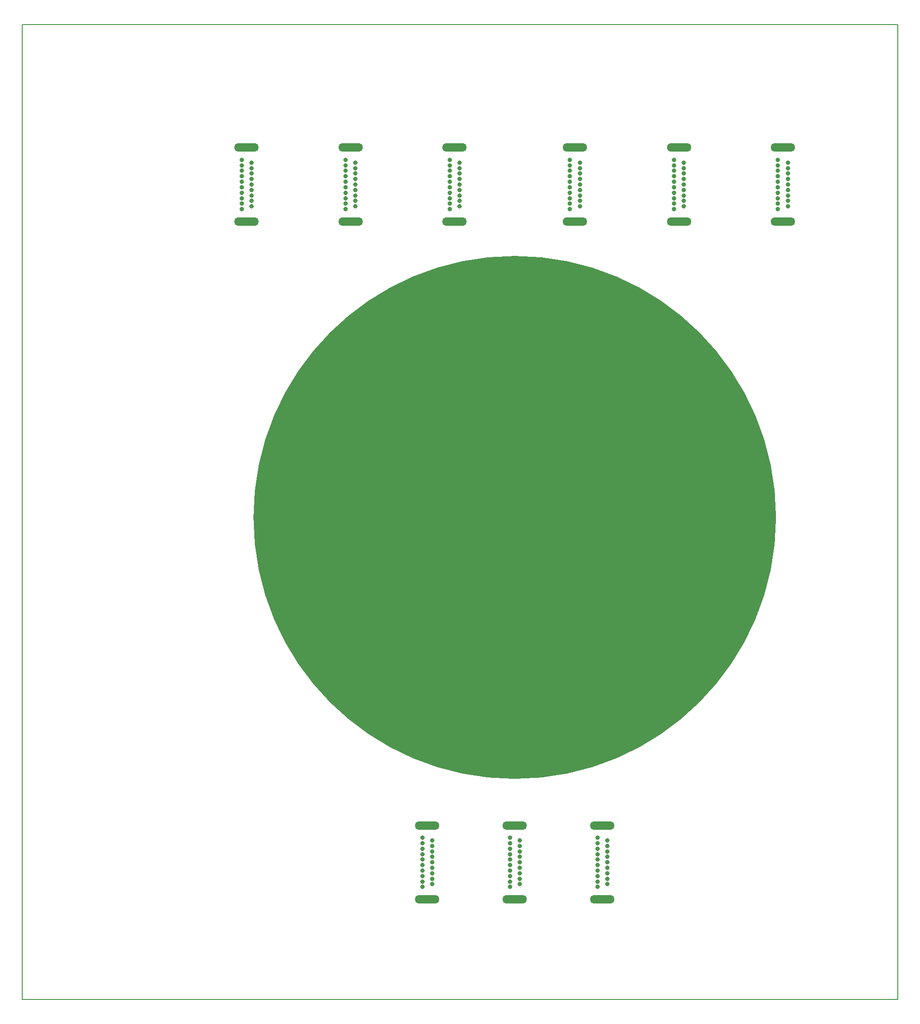
<source format=gbr>
%TF.GenerationSoftware,KiCad,Pcbnew,(5.1.10)-1*%
%TF.CreationDate,2022-04-08T13:19:25-06:00*%
%TF.ProjectId,VacuumFeedThruHDMI,56616375-756d-4466-9565-645468727548,rev?*%
%TF.SameCoordinates,Original*%
%TF.FileFunction,Soldermask,Top*%
%TF.FilePolarity,Negative*%
%FSLAX46Y46*%
G04 Gerber Fmt 4.6, Leading zero omitted, Abs format (unit mm)*
G04 Created by KiCad (PCBNEW (5.1.10)-1) date 2022-04-08 13:19:25*
%MOMM*%
%LPD*%
G01*
G04 APERTURE LIST*
%ADD10C,0.150000*%
%ADD11C,0.500000*%
%ADD12O,4.500000X1.500000*%
%ADD13C,0.800000*%
%ADD14O,0.920000X0.920000*%
%ADD15C,10.000000*%
%ADD16C,0.254000*%
%ADD17C,0.100000*%
G04 APERTURE END LIST*
D10*
X70000000Y-88000000D02*
X70000000Y90000000D01*
X-90000000Y-88000000D02*
X70000000Y-88000000D01*
X-90000000Y90000000D02*
X-90000000Y-88000000D01*
X70000000Y90000000D02*
X-90000000Y90000000D01*
D11*
X47500000Y0D02*
G75*
G03*
X47500000Y0I-47500000J0D01*
G01*
D12*
%TO.C,J2*%
X30000000Y67550000D03*
X30000000Y54050000D03*
D13*
X29100000Y65300000D03*
X30900000Y64800000D03*
X29100000Y64300000D03*
X30900000Y63800000D03*
X29100000Y63300000D03*
X30900000Y62800000D03*
X29100000Y62300000D03*
X30900000Y61800000D03*
X29100000Y61300000D03*
X30900000Y60800000D03*
X29100000Y60300000D03*
X30900000Y59800000D03*
X29100000Y59300000D03*
X30900000Y58800000D03*
X29100000Y58300000D03*
X30900000Y57800000D03*
X29100000Y57300000D03*
X30900000Y56800000D03*
X29100000Y56300000D03*
%TD*%
D12*
%TO.C,J3*%
X49000000Y67550000D03*
X49000000Y54050000D03*
D13*
X48100000Y65300000D03*
X49900000Y64800000D03*
X48100000Y64300000D03*
X49900000Y63800000D03*
X48100000Y63300000D03*
X49900000Y62800000D03*
X48100000Y62300000D03*
X49900000Y61800000D03*
X48100000Y61300000D03*
X49900000Y60800000D03*
X48100000Y60300000D03*
X49900000Y59800000D03*
X48100000Y59300000D03*
X49900000Y58800000D03*
X48100000Y58300000D03*
X49900000Y57800000D03*
X48100000Y57300000D03*
X49900000Y56800000D03*
X48100000Y56300000D03*
%TD*%
D14*
%TO.C,M3*%
X7620000Y-12000000D03*
X6985000Y-10900000D03*
X6350000Y-12000000D03*
X5715000Y-10900000D03*
X5080000Y-12000000D03*
X4445000Y-10900000D03*
X3810000Y-12000000D03*
X3175000Y-10900000D03*
X2540000Y-12000000D03*
X1905000Y-10900000D03*
X1270000Y-12000000D03*
X635000Y-10900000D03*
X0Y-12000000D03*
X-635000Y-10900000D03*
X-1270000Y-12000000D03*
X-1905000Y-10900000D03*
X-2540000Y-12000000D03*
X-3175000Y-10900000D03*
X-3810000Y-12000000D03*
X-4445000Y-10900000D03*
X-5080000Y-12000000D03*
X-5715000Y-10900000D03*
X-6350000Y-12000000D03*
X-6985000Y-10900000D03*
X-7620000Y-12000000D03*
%TD*%
%TO.C,M2*%
X7620000Y0D03*
X6985000Y1100000D03*
X6350000Y0D03*
X5715000Y1100000D03*
X5080000Y0D03*
X4445000Y1100000D03*
X3810000Y0D03*
X3175000Y1100000D03*
X2540000Y0D03*
X1905000Y1100000D03*
X1270000Y0D03*
X635000Y1100000D03*
X0Y0D03*
X-635000Y1100000D03*
X-1270000Y0D03*
X-1905000Y1100000D03*
X-2540000Y0D03*
X-3175000Y1100000D03*
X-3810000Y0D03*
X-4445000Y1100000D03*
X-5080000Y0D03*
X-5715000Y1100000D03*
X-6350000Y0D03*
X-6985000Y1100000D03*
X-7620000Y0D03*
%TD*%
%TO.C,M1*%
X7620000Y12000000D03*
X6985000Y13100000D03*
X6350000Y12000000D03*
X5715000Y13100000D03*
X5080000Y12000000D03*
X4445000Y13100000D03*
X3810000Y12000000D03*
X3175000Y13100000D03*
X2540000Y12000000D03*
X1905000Y13100000D03*
X1270000Y12000000D03*
X635000Y13100000D03*
X0Y12000000D03*
X-635000Y13100000D03*
X-1270000Y12000000D03*
X-1905000Y13100000D03*
X-2540000Y12000000D03*
X-3175000Y13100000D03*
X-3810000Y12000000D03*
X-4445000Y13100000D03*
X-5080000Y12000000D03*
X-5715000Y13100000D03*
X-6350000Y12000000D03*
X-6985000Y13100000D03*
X-7620000Y12000000D03*
%TD*%
D15*
%TO.C,J13*%
X15795259Y-38133128D03*
X38133128Y-15795259D03*
X38133128Y15795259D03*
X15795259Y38133128D03*
X-15795259Y38133128D03*
X-38133128Y15795259D03*
X-38133128Y-15795259D03*
X-15795259Y-38133128D03*
%TD*%
D12*
%TO.C,J4*%
X-49000000Y67550000D03*
X-49000000Y54050000D03*
D13*
X-49900000Y65300000D03*
X-48100000Y64800000D03*
X-49900000Y64300000D03*
X-48100000Y63800000D03*
X-49900000Y63300000D03*
X-48100000Y62800000D03*
X-49900000Y62300000D03*
X-48100000Y61800000D03*
X-49900000Y61300000D03*
X-48100000Y60800000D03*
X-49900000Y60300000D03*
X-48100000Y59800000D03*
X-49900000Y59300000D03*
X-48100000Y58800000D03*
X-49900000Y58300000D03*
X-48100000Y57800000D03*
X-49900000Y57300000D03*
X-48100000Y56800000D03*
X-49900000Y56300000D03*
%TD*%
D12*
%TO.C,J9*%
X16000000Y-56250000D03*
X16000000Y-69750000D03*
D13*
X15100000Y-58500000D03*
X16900000Y-59000000D03*
X15100000Y-59500000D03*
X16900000Y-60000000D03*
X15100000Y-60500000D03*
X16900000Y-61000000D03*
X15100000Y-61500000D03*
X16900000Y-62000000D03*
X15100000Y-62500000D03*
X16900000Y-63000000D03*
X15100000Y-63500000D03*
X16900000Y-64000000D03*
X15100000Y-64500000D03*
X16900000Y-65000000D03*
X15100000Y-65500000D03*
X16900000Y-66000000D03*
X15100000Y-66500000D03*
X16900000Y-67000000D03*
X15100000Y-67500000D03*
%TD*%
D12*
%TO.C,J7*%
X-16000000Y-56250000D03*
X-16000000Y-69750000D03*
D13*
X-16900000Y-58500000D03*
X-15100000Y-59000000D03*
X-16900000Y-59500000D03*
X-15100000Y-60000000D03*
X-16900000Y-60500000D03*
X-15100000Y-61000000D03*
X-16900000Y-61500000D03*
X-15100000Y-62000000D03*
X-16900000Y-62500000D03*
X-15100000Y-63000000D03*
X-16900000Y-63500000D03*
X-15100000Y-64000000D03*
X-16900000Y-64500000D03*
X-15100000Y-65000000D03*
X-16900000Y-65500000D03*
X-15100000Y-66000000D03*
X-16900000Y-66500000D03*
X-15100000Y-67000000D03*
X-16900000Y-67500000D03*
%TD*%
D12*
%TO.C,J8*%
X0Y-56250000D03*
X0Y-69750000D03*
D13*
X-900000Y-58500000D03*
X900000Y-59000000D03*
X-900000Y-59500000D03*
X900000Y-60000000D03*
X-900000Y-60500000D03*
X900000Y-61000000D03*
X-900000Y-61500000D03*
X900000Y-62000000D03*
X-900000Y-62500000D03*
X900000Y-63000000D03*
X-900000Y-63500000D03*
X900000Y-64000000D03*
X-900000Y-64500000D03*
X900000Y-65000000D03*
X-900000Y-65500000D03*
X900000Y-66000000D03*
X-900000Y-66500000D03*
X900000Y-67000000D03*
X-900000Y-67500000D03*
%TD*%
D12*
%TO.C,J1*%
X11000000Y67550000D03*
X11000000Y54050000D03*
D13*
X10100000Y65300000D03*
X11900000Y64800000D03*
X10100000Y64300000D03*
X11900000Y63800000D03*
X10100000Y63300000D03*
X11900000Y62800000D03*
X10100000Y62300000D03*
X11900000Y61800000D03*
X10100000Y61300000D03*
X11900000Y60800000D03*
X10100000Y60300000D03*
X11900000Y59800000D03*
X10100000Y59300000D03*
X11900000Y58800000D03*
X10100000Y58300000D03*
X11900000Y57800000D03*
X10100000Y57300000D03*
X11900000Y56800000D03*
X10100000Y56300000D03*
%TD*%
D12*
%TO.C,J6*%
X-11000000Y67550000D03*
X-11000000Y54050000D03*
D13*
X-11900000Y65300000D03*
X-10100000Y64800000D03*
X-11900000Y64300000D03*
X-10100000Y63800000D03*
X-11900000Y63300000D03*
X-10100000Y62800000D03*
X-11900000Y62300000D03*
X-10100000Y61800000D03*
X-11900000Y61300000D03*
X-10100000Y60800000D03*
X-11900000Y60300000D03*
X-10100000Y59800000D03*
X-11900000Y59300000D03*
X-10100000Y58800000D03*
X-11900000Y58300000D03*
X-10100000Y57800000D03*
X-11900000Y57300000D03*
X-10100000Y56800000D03*
X-11900000Y56300000D03*
%TD*%
D12*
%TO.C,J5*%
X-30000000Y67550000D03*
X-30000000Y54050000D03*
D13*
X-30900000Y65300000D03*
X-29100000Y64800000D03*
X-30900000Y64300000D03*
X-29100000Y63800000D03*
X-30900000Y63300000D03*
X-29100000Y62800000D03*
X-30900000Y62300000D03*
X-29100000Y61800000D03*
X-30900000Y61300000D03*
X-29100000Y60800000D03*
X-30900000Y60300000D03*
X-29100000Y59800000D03*
X-30900000Y59300000D03*
X-29100000Y58800000D03*
X-30900000Y58300000D03*
X-29100000Y57800000D03*
X-30900000Y57300000D03*
X-29100000Y56800000D03*
X-30900000Y56300000D03*
%TD*%
D16*
X4256011Y47403063D02*
X7632536Y46666005D01*
X14810188Y45058770D01*
X22930075Y41487615D01*
X28793086Y37768393D01*
X32921526Y34068752D01*
X36801353Y29999422D01*
X40390425Y24845116D01*
X44262111Y17051851D01*
X45846734Y12178388D01*
X46904028Y6612632D01*
X47522531Y-540064D01*
X47064062Y-5902160D01*
X46136648Y-10569147D01*
X44260524Y-16766343D01*
X42187070Y-21581144D01*
X37957724Y-28413931D01*
X33020816Y-33989147D01*
X28684051Y-37687858D01*
X22028161Y-41978762D01*
X17543862Y-44101330D01*
X11018970Y-46116664D01*
X5365810Y-47223367D01*
X-1315762Y-47422817D01*
X-7090357Y-46864307D01*
X-14172160Y-45328254D01*
X-21323618Y-42395857D01*
X-25782228Y-39792508D01*
X-28453897Y-37978165D01*
X-31226039Y-35704611D01*
X-33908713Y-33171528D01*
X-36880798Y-29820452D01*
X-40371829Y-24992855D01*
X-42704477Y-20566805D01*
X-45418393Y-13732125D01*
X-46494828Y-9047641D01*
X-47203255Y-3529893D01*
X-47342867Y917749D01*
X-46934082Y7039553D01*
X-44509963Y16327022D01*
X-40810742Y24343664D01*
X-34576337Y32393527D01*
X-28643096Y37798261D01*
X-21877916Y41999058D01*
X-18202382Y43841806D01*
X-11588501Y45896797D01*
X-5713401Y47083787D01*
X-905423Y47383039D01*
X2120323Y47412997D01*
X4256011Y47403063D01*
D17*
G36*
X4256011Y47403063D02*
G01*
X7632536Y46666005D01*
X14810188Y45058770D01*
X22930075Y41487615D01*
X28793086Y37768393D01*
X32921526Y34068752D01*
X36801353Y29999422D01*
X40390425Y24845116D01*
X44262111Y17051851D01*
X45846734Y12178388D01*
X46904028Y6612632D01*
X47522531Y-540064D01*
X47064062Y-5902160D01*
X46136648Y-10569147D01*
X44260524Y-16766343D01*
X42187070Y-21581144D01*
X37957724Y-28413931D01*
X33020816Y-33989147D01*
X28684051Y-37687858D01*
X22028161Y-41978762D01*
X17543862Y-44101330D01*
X11018970Y-46116664D01*
X5365810Y-47223367D01*
X-1315762Y-47422817D01*
X-7090357Y-46864307D01*
X-14172160Y-45328254D01*
X-21323618Y-42395857D01*
X-25782228Y-39792508D01*
X-28453897Y-37978165D01*
X-31226039Y-35704611D01*
X-33908713Y-33171528D01*
X-36880798Y-29820452D01*
X-40371829Y-24992855D01*
X-42704477Y-20566805D01*
X-45418393Y-13732125D01*
X-46494828Y-9047641D01*
X-47203255Y-3529893D01*
X-47342867Y917749D01*
X-46934082Y7039553D01*
X-44509963Y16327022D01*
X-40810742Y24343664D01*
X-34576337Y32393527D01*
X-28643096Y37798261D01*
X-21877916Y41999058D01*
X-18202382Y43841806D01*
X-11588501Y45896797D01*
X-5713401Y47083787D01*
X-905423Y47383039D01*
X2120323Y47412997D01*
X4256011Y47403063D01*
G37*
M02*

</source>
